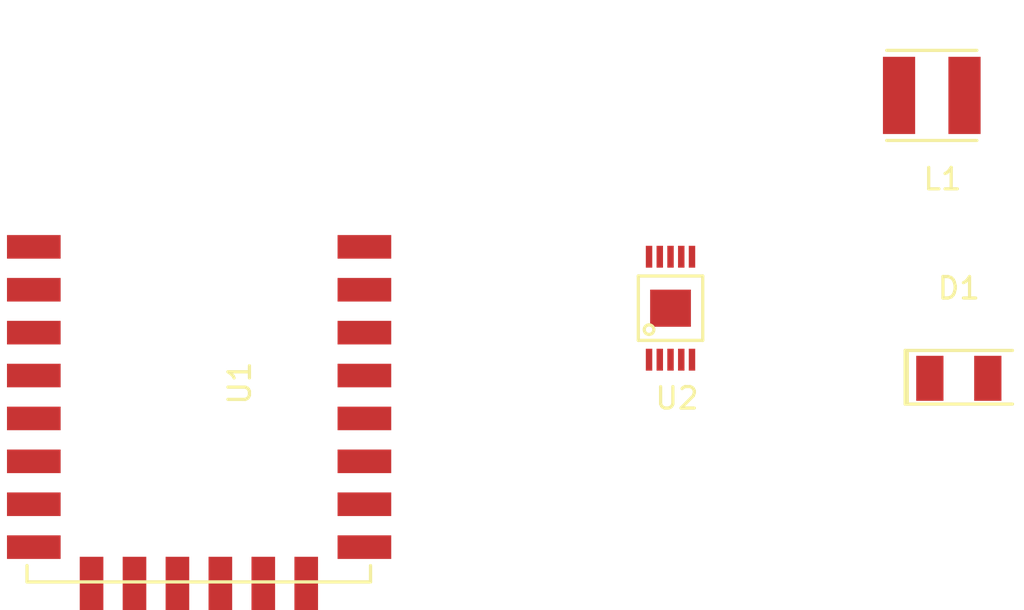
<source format=kicad_pcb>
(kicad_pcb (version 4) (host pcbnew 4.0.0-stable)

  (general
    (links 4)
    (no_connects 4)
    (area 0 0 0 0)
    (thickness 1.6)
    (drawings 0)
    (tracks 0)
    (zones 0)
    (modules 4)
    (nets 4)
  )

  (page A4)
  (layers
    (0 F.Cu signal)
    (31 B.Cu signal)
    (32 B.Adhes user)
    (33 F.Adhes user)
    (34 B.Paste user)
    (35 F.Paste user)
    (36 B.SilkS user)
    (37 F.SilkS user)
    (38 B.Mask user)
    (39 F.Mask user)
    (40 Dwgs.User user)
    (41 Cmts.User user)
    (42 Eco1.User user)
    (43 Eco2.User user)
    (44 Edge.Cuts user)
    (45 Margin user)
    (46 B.CrtYd user)
    (47 F.CrtYd user)
    (48 B.Fab user)
    (49 F.Fab user)
  )

  (setup
    (last_trace_width 0.25)
    (trace_clearance 0.2)
    (zone_clearance 0.508)
    (zone_45_only no)
    (trace_min 0.2)
    (segment_width 0.2)
    (edge_width 0.15)
    (via_size 0.6)
    (via_drill 0.4)
    (via_min_size 0.4)
    (via_min_drill 0.3)
    (uvia_size 0.3)
    (uvia_drill 0.1)
    (uvias_allowed no)
    (uvia_min_size 0.2)
    (uvia_min_drill 0.1)
    (pcb_text_width 0.3)
    (pcb_text_size 1.5 1.5)
    (mod_edge_width 0.15)
    (mod_text_size 1 1)
    (mod_text_width 0.15)
    (pad_size 1.524 1.524)
    (pad_drill 0.762)
    (pad_to_mask_clearance 0.2)
    (aux_axis_origin 0 0)
    (visible_elements FFFFFF7F)
    (pcbplotparams
      (layerselection 0x00030_80000001)
      (usegerberextensions false)
      (excludeedgelayer true)
      (linewidth 0.100000)
      (plotframeref false)
      (viasonmask false)
      (mode 1)
      (useauxorigin false)
      (hpglpennumber 1)
      (hpglpenspeed 20)
      (hpglpendiameter 15)
      (hpglpenoverlay 2)
      (psnegative false)
      (psa4output false)
      (plotreference true)
      (plotvalue true)
      (plotinvisibletext false)
      (padsonsilk false)
      (subtractmaskfromsilk false)
      (outputformat 1)
      (mirror false)
      (drillshape 1)
      (scaleselection 1)
      (outputdirectory ""))
  )

  (net 0 "")
  (net 1 GND)
  (net 2 "Net-(D1-Pad2)")
  (net 3 "Net-(C4-Pad2)")

  (net_class Default "Dies ist die voreingestellte Netzklasse."
    (clearance 0.2)
    (trace_width 0.25)
    (via_dia 0.6)
    (via_drill 0.4)
    (uvia_dia 0.3)
    (uvia_drill 0.1)
    (add_net GND)
    (add_net "Net-(C4-Pad2)")
    (add_net "Net-(D1-Pad2)")
  )

  (module ESP8266:ESP-12E_SMD (layer F.Cu) (tedit 58FB7FFE) (tstamp 595B86A6)
    (at 126.06 89.88)
    (descr "Module, ESP-8266, ESP-12, 16 pad, SMD")
    (tags "Module ESP-8266 ESP8266")
    (path /595B81B3)
    (fp_text reference U1 (at 8.89 6.35 90) (layer F.SilkS)
      (effects (font (size 1 1) (thickness 0.15)))
    )
    (fp_text value ESP-12E (at 5.08 6.35 90) (layer F.Fab) hide
      (effects (font (size 1 1) (thickness 0.15)))
    )
    (fp_line (start -2.25 -0.5) (end -2.25 -8.75) (layer F.CrtYd) (width 0.05))
    (fp_line (start -2.25 -8.75) (end 15.25 -8.75) (layer F.CrtYd) (width 0.05))
    (fp_line (start 15.25 -8.75) (end 16.25 -8.75) (layer F.CrtYd) (width 0.05))
    (fp_line (start 16.25 -8.75) (end 16.25 16) (layer F.CrtYd) (width 0.05))
    (fp_line (start 16.25 16) (end -2.25 16) (layer F.CrtYd) (width 0.05))
    (fp_line (start -2.25 16) (end -2.25 -0.5) (layer F.CrtYd) (width 0.05))
    (fp_line (start -1.016 -8.382) (end 14.986 -8.382) (layer F.CrtYd) (width 0.1524))
    (fp_line (start 14.986 -8.382) (end 14.986 -0.889) (layer F.CrtYd) (width 0.1524))
    (fp_line (start -1.016 -8.382) (end -1.016 -1.016) (layer F.CrtYd) (width 0.1524))
    (fp_line (start -1.016 14.859) (end -1.016 15.621) (layer F.SilkS) (width 0.1524))
    (fp_line (start -1.016 15.621) (end 14.986 15.621) (layer F.SilkS) (width 0.1524))
    (fp_line (start 14.986 15.621) (end 14.986 14.859) (layer F.SilkS) (width 0.1524))
    (fp_line (start 14.992 -8.4) (end -1.008 -2.6) (layer F.CrtYd) (width 0.1524))
    (fp_line (start -1.008 -8.4) (end 14.992 -2.6) (layer F.CrtYd) (width 0.1524))
    (fp_text user "No Copper" (at 6.892 -5.4) (layer F.CrtYd)
      (effects (font (size 1 1) (thickness 0.15)))
    )
    (fp_line (start -1.008 -2.6) (end 14.992 -2.6) (layer F.CrtYd) (width 0.1524))
    (fp_line (start 15 -8.4) (end 15 15.6) (layer F.Fab) (width 0.05))
    (fp_line (start 14.992 15.6) (end -1.008 15.6) (layer F.Fab) (width 0.05))
    (fp_line (start -1.008 15.6) (end -1.008 -8.4) (layer F.Fab) (width 0.05))
    (fp_line (start -1.008 -8.4) (end 14.992 -8.4) (layer F.Fab) (width 0.05))
    (pad 1 smd rect (at 0 0) (size 2.5 1.1) (drill (offset -0.7 0)) (layers F.Cu F.Paste F.Mask))
    (pad 2 smd rect (at 0 2) (size 2.5 1.1) (drill (offset -0.7 0)) (layers F.Cu F.Paste F.Mask))
    (pad 3 smd rect (at 0 4) (size 2.5 1.1) (drill (offset -0.7 0)) (layers F.Cu F.Paste F.Mask))
    (pad 4 smd rect (at 0 6) (size 2.5 1.1) (drill (offset -0.7 0)) (layers F.Cu F.Paste F.Mask))
    (pad 5 smd rect (at 0 8) (size 2.5 1.1) (drill (offset -0.7 0)) (layers F.Cu F.Paste F.Mask))
    (pad 6 smd rect (at 0 10) (size 2.5 1.1) (drill (offset -0.7 0)) (layers F.Cu F.Paste F.Mask))
    (pad 7 smd rect (at 0 12) (size 2.5 1.1) (drill (offset -0.7 0)) (layers F.Cu F.Paste F.Mask))
    (pad 8 smd rect (at 0 14) (size 2.5 1.1) (drill (offset -0.7 0)) (layers F.Cu F.Paste F.Mask))
    (pad 9 smd rect (at 14 14) (size 2.5 1.1) (drill (offset 0.7 0)) (layers F.Cu F.Paste F.Mask))
    (pad 10 smd rect (at 14 12) (size 2.5 1.1) (drill (offset 0.7 0)) (layers F.Cu F.Paste F.Mask))
    (pad 11 smd rect (at 14 10) (size 2.5 1.1) (drill (offset 0.7 0)) (layers F.Cu F.Paste F.Mask))
    (pad 12 smd rect (at 14 8) (size 2.5 1.1) (drill (offset 0.7 0)) (layers F.Cu F.Paste F.Mask))
    (pad 13 smd rect (at 14 6) (size 2.5 1.1) (drill (offset 0.7 0)) (layers F.Cu F.Paste F.Mask))
    (pad 14 smd rect (at 14 4) (size 2.5 1.1) (drill (offset 0.7 0)) (layers F.Cu F.Paste F.Mask))
    (pad 15 smd rect (at 14 2) (size 2.5 1.1) (drill (offset 0.7 0)) (layers F.Cu F.Paste F.Mask))
    (pad 16 smd rect (at 14 0) (size 2.5 1.1) (drill (offset 0.7 0)) (layers F.Cu F.Paste F.Mask))
    (pad 17 smd rect (at 1.99 15 90) (size 2.5 1.1) (drill (offset -0.7 0)) (layers F.Cu F.Paste F.Mask))
    (pad 18 smd rect (at 3.99 15 90) (size 2.5 1.1) (drill (offset -0.7 0)) (layers F.Cu F.Paste F.Mask))
    (pad 19 smd rect (at 5.99 15 90) (size 2.5 1.1) (drill (offset -0.7 0)) (layers F.Cu F.Paste F.Mask))
    (pad 20 smd rect (at 7.99 15 90) (size 2.5 1.1) (drill (offset -0.7 0)) (layers F.Cu F.Paste F.Mask))
    (pad 21 smd rect (at 9.99 15 90) (size 2.5 1.1) (drill (offset -0.7 0)) (layers F.Cu F.Paste F.Mask))
    (pad 22 smd rect (at 11.99 15 90) (size 2.5 1.1) (drill (offset -0.7 0)) (layers F.Cu F.Paste F.Mask))
    (model ${ESPLIB}/ESP8266.3dshapes/ESP-12.wrl
      (at (xyz 0 0 0))
      (scale (xyz 0.3937 0.3937 0.3937))
      (rotate (xyz 0 0 0))
    )
  )

  (module myFootprints:HVSSOP-10 (layer F.Cu) (tedit 595B8615) (tstamp 595B86BA)
    (at 155.02 92.74)
    (path /595B87C5/595B87F4)
    (fp_text reference U2 (at 0.3 4.2) (layer F.SilkS)
      (effects (font (size 1 1) (thickness 0.15)))
    )
    (fp_text value LM25011 (at 0.2 -4.3) (layer F.Fab)
      (effects (font (size 1 1) (thickness 0.15)))
    )
    (fp_circle (center -1 1) (end -0.8 1.1) (layer F.SilkS) (width 0.15))
    (fp_line (start -1.5 -1.5) (end 1.5 -1.5) (layer F.SilkS) (width 0.15))
    (fp_line (start 1.5 -1.5) (end 1.5 1.5) (layer F.SilkS) (width 0.15))
    (fp_line (start 1.5 1.5) (end -1.5 1.5) (layer F.SilkS) (width 0.15))
    (fp_line (start -1.5 1.5) (end -1.5 -1.5) (layer F.SilkS) (width 0.15))
    (pad 1 smd rect (at -1 2.4) (size 0.3 1.02) (layers F.Cu F.Paste F.Mask))
    (pad 2 smd rect (at -0.5 2.4) (size 0.3 1.02) (layers F.Cu F.Paste F.Mask))
    (pad 3 smd rect (at 0 2.4) (size 0.3 1.02) (layers F.Cu F.Paste F.Mask))
    (pad 4 smd rect (at 0.5 2.4) (size 0.3 1.02) (layers F.Cu F.Paste F.Mask))
    (pad 5 smd rect (at 1 2.4) (size 0.3 1.02) (layers F.Cu F.Paste F.Mask)
      (net 1 GND))
    (pad 6 smd rect (at 1 -2.4) (size 0.3 1.02) (layers F.Cu F.Paste F.Mask))
    (pad 7 smd rect (at 0.5 -2.4) (size 0.3 1.02) (layers F.Cu F.Paste F.Mask)
      (net 1 GND))
    (pad 8 smd rect (at 0 -2.4) (size 0.3 1.02) (layers F.Cu F.Paste F.Mask)
      (net 2 "Net-(D1-Pad2)"))
    (pad 9 smd rect (at -0.5 -2.4) (size 0.3 1.02) (layers F.Cu F.Paste F.Mask)
      (net 3 "Net-(C4-Pad2)"))
    (pad 10 smd rect (at -1 -2.4) (size 0.3 1.02) (layers F.Cu F.Paste F.Mask))
    (pad ~ smd rect (at 0 0) (size 1.9 1.73) (layers F.Cu F.Paste F.Mask))
  )

  (module "myFootprints:SMA(DO-214AC)" (layer F.Cu) (tedit 595B96A0) (tstamp 595BA553)
    (at 168.45 96.01)
    (descr "Jedec DO-214AB diode package. Designed according to Fairchild SS32 datasheet.")
    (tags "DO-214AB diode")
    (path /595B87C5/595B8BAB)
    (attr smd)
    (fp_text reference D1 (at 0 -4.2) (layer F.SilkS)
      (effects (font (size 1 1) (thickness 0.15)))
    )
    (fp_text value 1A/40V (at 0 4.6) (layer F.Fab)
      (effects (font (size 1 1) (thickness 0.15)))
    )
    (fp_line (start -2.4 -1.2) (end -2.4 1.1) (layer F.SilkS) (width 0.15))
    (fp_line (start -2.5 -1.3) (end 2.5 -1.3) (layer F.SilkS) (width 0.15))
    (fp_line (start -2.5 -1.3) (end -2.5 1.2) (layer F.SilkS) (width 0.15))
    (fp_line (start -2.5 1.2) (end 2.5 1.2) (layer F.SilkS) (width 0.15))
    (fp_line (start -3 -1.5) (end -3 1.5) (layer F.CrtYd) (width 0.1))
    (fp_line (start -3 -1.5) (end 3 -1.5) (layer F.CrtYd) (width 0.1))
    (fp_line (start 3 -1.5) (end 3 1.5) (layer F.CrtYd) (width 0.1))
    (fp_line (start 3 1.5) (end -3 1.5) (layer F.CrtYd) (width 0.1))
    (pad 2 smd rect (at 1.35 0) (size 1.27 2.1) (layers F.Cu F.Paste F.Mask)
      (net 2 "Net-(D1-Pad2)"))
    (pad 1 smd rect (at -1.35 0) (size 1.27 2.1) (layers F.Cu F.Paste F.Mask)
      (net 3 "Net-(C4-Pad2)"))
    (model Diodes_SMD.3dshapes/DO-214AB.wrl
      (at (xyz 0 0 0))
      (scale (xyz 0.39 0.39 0.39))
      (rotate (xyz 0 0 180))
    )
  )

  (module myFootprints:FASTRON_1616FPS (layer F.Cu) (tedit 595BA505) (tstamp 595BA55B)
    (at 167.19 82.82)
    (path /595B87C5/595B8A09)
    (fp_text reference L1 (at 0.5 3.9) (layer F.SilkS)
      (effects (font (size 1 1) (thickness 0.15)))
    )
    (fp_text value 15uH (at 0.1 -3.6) (layer F.Fab)
      (effects (font (size 1 1) (thickness 0.15)))
    )
    (fp_line (start -2.1 -2.1) (end 2.1 -2.1) (layer F.SilkS) (width 0.15))
    (fp_line (start 2.1 2.1) (end -2.1 2.1) (layer F.SilkS) (width 0.15))
    (pad 2 smd rect (at 1.525 0) (size 1.5 3.6) (layers F.Cu F.Paste F.Mask))
    (pad 1 smd rect (at -1.525 0) (size 1.5 3.6) (layers F.Cu F.Paste F.Mask)
      (net 3 "Net-(C4-Pad2)"))
  )

)

</source>
